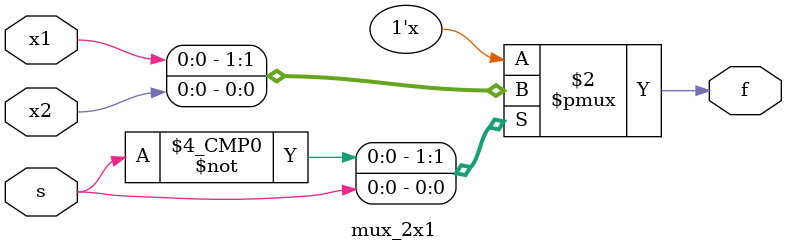
<source format=v>
module mux_2x1 (
    input wire x1,x2,s,
    output reg f
);

always @(*) // or always@(x1,x2,s)  always@(x1 or x2 or s)
begin
 /* if (s)            
  begin                              
      f=x2; 
  end
  
  else 
  begin
      f=x1;
  end*/
  case(s)
1'b0:f=x1;
1'b1:f=x2;
default:f=0;
endcase

end

endmodule

</source>
